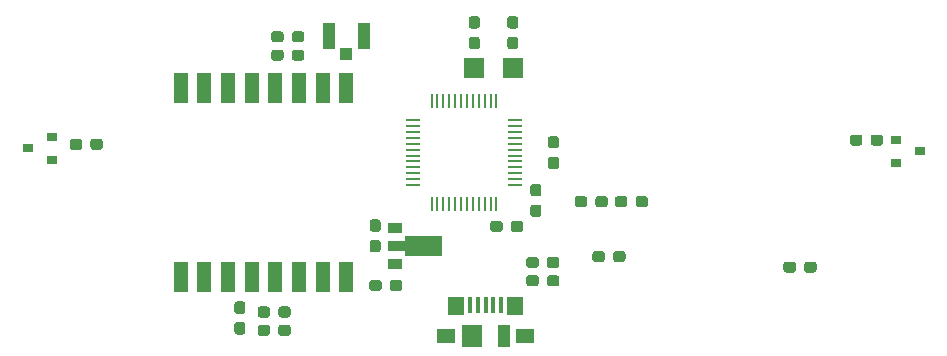
<source format=gtp>
G04 #@! TF.GenerationSoftware,KiCad,Pcbnew,5.99.0-unknown-c7daca1~86~ubuntu18.04.1*
G04 #@! TF.CreationDate,2020-03-27T13:13:07-03:00*
G04 #@! TF.ProjectId,FOD,464f442e-6b69-4636-9164-5f7063625858,rev?*
G04 #@! TF.SameCoordinates,Original*
G04 #@! TF.FileFunction,Paste,Top*
G04 #@! TF.FilePolarity,Positive*
%FSLAX46Y46*%
G04 Gerber Fmt 4.6, Leading zero omitted, Abs format (unit mm)*
G04 Created by KiCad (PCBNEW 5.99.0-unknown-c7daca1~86~ubuntu18.04.1) date 2020-03-27 13:13:07*
%MOMM*%
%LPD*%
G01*
G04 APERTURE LIST*
%ADD10R,1.750000X1.800000*%
%ADD11R,1.300000X2.500000*%
%ADD12R,1.300000X0.900000*%
%ADD13R,1.300000X0.250000*%
%ADD14R,0.250000X1.300000*%
%ADD15R,0.900000X0.800000*%
%ADD16R,1.050000X2.200000*%
%ADD17R,1.000000X1.050000*%
%ADD18R,1.000000X1.900000*%
%ADD19R,1.800000X1.900000*%
%ADD20R,1.650000X1.300000*%
%ADD21R,1.425000X1.550000*%
%ADD22R,0.450000X1.380000*%
G04 APERTURE END LIST*
G36*
G01*
X169225000Y-101937500D02*
X169225000Y-101462500D01*
G75*
G02*
X169462500Y-101225000I237500J0D01*
G01*
X170037500Y-101225000D01*
G75*
G02*
X170275000Y-101462500I0J-237500D01*
G01*
X170275000Y-101937500D01*
G75*
G02*
X170037500Y-102175000I-237500J0D01*
G01*
X169462500Y-102175000D01*
G75*
G02*
X169225000Y-101937500I0J237500D01*
G01*
G37*
G36*
G01*
X167475000Y-101937500D02*
X167475000Y-101462500D01*
G75*
G02*
X167712500Y-101225000I237500J0D01*
G01*
X168287500Y-101225000D01*
G75*
G02*
X168525000Y-101462500I0J-237500D01*
G01*
X168525000Y-101937500D01*
G75*
G02*
X168287500Y-102175000I-237500J0D01*
G01*
X167712500Y-102175000D01*
G75*
G02*
X167475000Y-101937500I0J237500D01*
G01*
G37*
D10*
X141300000Y-84800000D03*
X144550000Y-84800000D03*
D11*
X116450000Y-86500000D03*
X118450000Y-86500000D03*
X120450000Y-86500000D03*
X122450000Y-86500000D03*
X124450000Y-86500000D03*
X126450000Y-86500000D03*
X128450000Y-86500000D03*
X130450000Y-86500000D03*
X130450000Y-102500000D03*
X128450000Y-102500000D03*
X126450000Y-102500000D03*
X124450000Y-102500000D03*
X122450000Y-102500000D03*
X120450000Y-102500000D03*
X118450000Y-102500000D03*
X116450000Y-102500000D03*
G36*
X138550000Y-100766500D02*
G01*
X135425000Y-100766500D01*
X135425000Y-100350000D01*
X133950000Y-100350000D01*
X133950000Y-99450000D01*
X135425000Y-99450000D01*
X135425000Y-99033500D01*
X138550000Y-99033500D01*
X138550000Y-100766500D01*
G37*
D12*
X134600000Y-101400000D03*
X134600000Y-98400000D03*
D13*
X144775000Y-89250000D03*
X144775000Y-89750000D03*
X144775000Y-90250000D03*
X144775000Y-90750000D03*
X144775000Y-91250000D03*
X144775000Y-91750000D03*
X144775000Y-92250000D03*
X144775000Y-92750000D03*
X144775000Y-93250000D03*
X144775000Y-93750000D03*
X144775000Y-94250000D03*
X144775000Y-94750000D03*
D14*
X143175000Y-96350000D03*
X142675000Y-96350000D03*
X142175000Y-96350000D03*
X141675000Y-96350000D03*
X141175000Y-96350000D03*
X140675000Y-96350000D03*
X140175000Y-96350000D03*
X139675000Y-96350000D03*
X139175000Y-96350000D03*
X138675000Y-96350000D03*
X138175000Y-96350000D03*
X137675000Y-96350000D03*
D13*
X136075000Y-94750000D03*
X136075000Y-94250000D03*
X136075000Y-93750000D03*
X136075000Y-93250000D03*
X136075000Y-92750000D03*
X136075000Y-92250000D03*
X136075000Y-91750000D03*
X136075000Y-91250000D03*
X136075000Y-90750000D03*
X136075000Y-90250000D03*
X136075000Y-89750000D03*
X136075000Y-89250000D03*
D14*
X137675000Y-87650000D03*
X138175000Y-87650000D03*
X138675000Y-87650000D03*
X139175000Y-87650000D03*
X139675000Y-87650000D03*
X140175000Y-87650000D03*
X140675000Y-87650000D03*
X141175000Y-87650000D03*
X141675000Y-87650000D03*
X142175000Y-87650000D03*
X142675000Y-87650000D03*
X143175000Y-87650000D03*
G36*
G01*
X108800000Y-91537500D02*
X108800000Y-91062500D01*
G75*
G02*
X109037500Y-90825000I237500J0D01*
G01*
X109612500Y-90825000D01*
G75*
G02*
X109850000Y-91062500I0J-237500D01*
G01*
X109850000Y-91537500D01*
G75*
G02*
X109612500Y-91775000I-237500J0D01*
G01*
X109037500Y-91775000D01*
G75*
G02*
X108800000Y-91537500I0J237500D01*
G01*
G37*
G36*
G01*
X107050000Y-91537500D02*
X107050000Y-91062500D01*
G75*
G02*
X107287500Y-90825000I237500J0D01*
G01*
X107862500Y-90825000D01*
G75*
G02*
X108100000Y-91062500I0J-237500D01*
G01*
X108100000Y-91537500D01*
G75*
G02*
X107862500Y-91775000I-237500J0D01*
G01*
X107287500Y-91775000D01*
G75*
G02*
X107050000Y-91537500I0J237500D01*
G01*
G37*
G36*
G01*
X174150000Y-90712500D02*
X174150000Y-91187500D01*
G75*
G02*
X173912500Y-91425000I-237500J0D01*
G01*
X173337500Y-91425000D01*
G75*
G02*
X173100000Y-91187500I0J237500D01*
G01*
X173100000Y-90712500D01*
G75*
G02*
X173337500Y-90475000I237500J0D01*
G01*
X173912500Y-90475000D01*
G75*
G02*
X174150000Y-90712500I0J-237500D01*
G01*
G37*
G36*
G01*
X175900000Y-90712500D02*
X175900000Y-91187500D01*
G75*
G02*
X175662500Y-91425000I-237500J0D01*
G01*
X175087500Y-91425000D01*
G75*
G02*
X174850000Y-91187500I0J237500D01*
G01*
X174850000Y-90712500D01*
G75*
G02*
X175087500Y-90475000I237500J0D01*
G01*
X175662500Y-90475000D01*
G75*
G02*
X175900000Y-90712500I0J-237500D01*
G01*
G37*
G36*
G01*
X121687500Y-105650000D02*
X121212500Y-105650000D01*
G75*
G02*
X120975000Y-105412500I0J237500D01*
G01*
X120975000Y-104837500D01*
G75*
G02*
X121212500Y-104600000I237500J0D01*
G01*
X121687500Y-104600000D01*
G75*
G02*
X121925000Y-104837500I0J-237500D01*
G01*
X121925000Y-105412500D01*
G75*
G02*
X121687500Y-105650000I-237500J0D01*
G01*
G37*
G36*
G01*
X121687500Y-107400000D02*
X121212500Y-107400000D01*
G75*
G02*
X120975000Y-107162500I0J237500D01*
G01*
X120975000Y-106587500D01*
G75*
G02*
X121212500Y-106350000I237500J0D01*
G01*
X121687500Y-106350000D01*
G75*
G02*
X121925000Y-106587500I0J-237500D01*
G01*
X121925000Y-107162500D01*
G75*
G02*
X121687500Y-107400000I-237500J0D01*
G01*
G37*
G36*
G01*
X146262500Y-96400000D02*
X146737500Y-96400000D01*
G75*
G02*
X146975000Y-96637500I0J-237500D01*
G01*
X146975000Y-97212500D01*
G75*
G02*
X146737500Y-97450000I-237500J0D01*
G01*
X146262500Y-97450000D01*
G75*
G02*
X146025000Y-97212500I0J237500D01*
G01*
X146025000Y-96637500D01*
G75*
G02*
X146262500Y-96400000I237500J0D01*
G01*
G37*
G36*
G01*
X146262500Y-94650000D02*
X146737500Y-94650000D01*
G75*
G02*
X146975000Y-94887500I0J-237500D01*
G01*
X146975000Y-95462500D01*
G75*
G02*
X146737500Y-95700000I-237500J0D01*
G01*
X146262500Y-95700000D01*
G75*
G02*
X146025000Y-95462500I0J237500D01*
G01*
X146025000Y-94887500D01*
G75*
G02*
X146262500Y-94650000I237500J0D01*
G01*
G37*
G36*
G01*
X146750000Y-101062500D02*
X146750000Y-101537500D01*
G75*
G02*
X146512500Y-101775000I-237500J0D01*
G01*
X145937500Y-101775000D01*
G75*
G02*
X145700000Y-101537500I0J237500D01*
G01*
X145700000Y-101062500D01*
G75*
G02*
X145937500Y-100825000I237500J0D01*
G01*
X146512500Y-100825000D01*
G75*
G02*
X146750000Y-101062500I0J-237500D01*
G01*
G37*
G36*
G01*
X148500000Y-101062500D02*
X148500000Y-101537500D01*
G75*
G02*
X148262500Y-101775000I-237500J0D01*
G01*
X147687500Y-101775000D01*
G75*
G02*
X147450000Y-101537500I0J237500D01*
G01*
X147450000Y-101062500D01*
G75*
G02*
X147687500Y-100825000I237500J0D01*
G01*
X148262500Y-100825000D01*
G75*
G02*
X148500000Y-101062500I0J-237500D01*
G01*
G37*
G36*
G01*
X152350000Y-100562500D02*
X152350000Y-101037500D01*
G75*
G02*
X152112500Y-101275000I-237500J0D01*
G01*
X151537500Y-101275000D01*
G75*
G02*
X151300000Y-101037500I0J237500D01*
G01*
X151300000Y-100562500D01*
G75*
G02*
X151537500Y-100325000I237500J0D01*
G01*
X152112500Y-100325000D01*
G75*
G02*
X152350000Y-100562500I0J-237500D01*
G01*
G37*
G36*
G01*
X154100000Y-100562500D02*
X154100000Y-101037500D01*
G75*
G02*
X153862500Y-101275000I-237500J0D01*
G01*
X153287500Y-101275000D01*
G75*
G02*
X153050000Y-101037500I0J237500D01*
G01*
X153050000Y-100562500D01*
G75*
G02*
X153287500Y-100325000I237500J0D01*
G01*
X153862500Y-100325000D01*
G75*
G02*
X154100000Y-100562500I0J-237500D01*
G01*
G37*
G36*
G01*
X154950000Y-96387500D02*
X154950000Y-95912500D01*
G75*
G02*
X155187500Y-95675000I237500J0D01*
G01*
X155762500Y-95675000D01*
G75*
G02*
X156000000Y-95912500I0J-237500D01*
G01*
X156000000Y-96387500D01*
G75*
G02*
X155762500Y-96625000I-237500J0D01*
G01*
X155187500Y-96625000D01*
G75*
G02*
X154950000Y-96387500I0J237500D01*
G01*
G37*
G36*
G01*
X153200000Y-96387500D02*
X153200000Y-95912500D01*
G75*
G02*
X153437500Y-95675000I237500J0D01*
G01*
X154012500Y-95675000D01*
G75*
G02*
X154250000Y-95912500I0J-237500D01*
G01*
X154250000Y-96387500D01*
G75*
G02*
X154012500Y-96625000I-237500J0D01*
G01*
X153437500Y-96625000D01*
G75*
G02*
X153200000Y-96387500I0J237500D01*
G01*
G37*
D15*
X103500000Y-91650000D03*
X105500000Y-90700000D03*
X105500000Y-92600000D03*
X179000000Y-91900000D03*
X177000000Y-92850000D03*
X177000000Y-90950000D03*
D16*
X128975000Y-82125000D03*
D17*
X130450000Y-83650000D03*
D16*
X131925000Y-82125000D03*
D18*
X143800000Y-107550000D03*
D19*
X141100000Y-107550000D03*
D20*
X145625000Y-107550000D03*
X138875000Y-107550000D03*
D21*
X144737500Y-104975000D03*
X139762500Y-104975000D03*
D22*
X143550000Y-104890000D03*
X142900000Y-104890000D03*
X142250000Y-104890000D03*
X141600000Y-104890000D03*
X140950000Y-104890000D03*
G36*
G01*
X124700000Y-105737500D02*
X124700000Y-105262500D01*
G75*
G02*
X124937500Y-105025000I237500J0D01*
G01*
X125512500Y-105025000D01*
G75*
G02*
X125750000Y-105262500I0J-237500D01*
G01*
X125750000Y-105737500D01*
G75*
G02*
X125512500Y-105975000I-237500J0D01*
G01*
X124937500Y-105975000D01*
G75*
G02*
X124700000Y-105737500I0J237500D01*
G01*
G37*
G36*
G01*
X122950000Y-105737500D02*
X122950000Y-105262500D01*
G75*
G02*
X123187500Y-105025000I237500J0D01*
G01*
X123762500Y-105025000D01*
G75*
G02*
X124000000Y-105262500I0J-237500D01*
G01*
X124000000Y-105737500D01*
G75*
G02*
X123762500Y-105975000I-237500J0D01*
G01*
X123187500Y-105975000D01*
G75*
G02*
X122950000Y-105737500I0J237500D01*
G01*
G37*
G36*
G01*
X124700000Y-107287500D02*
X124700000Y-106812500D01*
G75*
G02*
X124937500Y-106575000I237500J0D01*
G01*
X125512500Y-106575000D01*
G75*
G02*
X125750000Y-106812500I0J-237500D01*
G01*
X125750000Y-107287500D01*
G75*
G02*
X125512500Y-107525000I-237500J0D01*
G01*
X124937500Y-107525000D01*
G75*
G02*
X124700000Y-107287500I0J237500D01*
G01*
G37*
G36*
G01*
X122950000Y-107287500D02*
X122950000Y-106812500D01*
G75*
G02*
X123187500Y-106575000I237500J0D01*
G01*
X123762500Y-106575000D01*
G75*
G02*
X124000000Y-106812500I0J-237500D01*
G01*
X124000000Y-107287500D01*
G75*
G02*
X123762500Y-107525000I-237500J0D01*
G01*
X123187500Y-107525000D01*
G75*
G02*
X122950000Y-107287500I0J237500D01*
G01*
G37*
G36*
G01*
X133450000Y-103012500D02*
X133450000Y-103487500D01*
G75*
G02*
X133212500Y-103725000I-237500J0D01*
G01*
X132637500Y-103725000D01*
G75*
G02*
X132400000Y-103487500I0J237500D01*
G01*
X132400000Y-103012500D01*
G75*
G02*
X132637500Y-102775000I237500J0D01*
G01*
X133212500Y-102775000D01*
G75*
G02*
X133450000Y-103012500I0J-237500D01*
G01*
G37*
G36*
G01*
X135200000Y-103012500D02*
X135200000Y-103487500D01*
G75*
G02*
X134962500Y-103725000I-237500J0D01*
G01*
X134387500Y-103725000D01*
G75*
G02*
X134150000Y-103487500I0J237500D01*
G01*
X134150000Y-103012500D01*
G75*
G02*
X134387500Y-102775000I237500J0D01*
G01*
X134962500Y-102775000D01*
G75*
G02*
X135200000Y-103012500I0J-237500D01*
G01*
G37*
G36*
G01*
X133137500Y-98700000D02*
X132662500Y-98700000D01*
G75*
G02*
X132425000Y-98462500I0J237500D01*
G01*
X132425000Y-97887500D01*
G75*
G02*
X132662500Y-97650000I237500J0D01*
G01*
X133137500Y-97650000D01*
G75*
G02*
X133375000Y-97887500I0J-237500D01*
G01*
X133375000Y-98462500D01*
G75*
G02*
X133137500Y-98700000I-237500J0D01*
G01*
G37*
G36*
G01*
X133137500Y-100450000D02*
X132662500Y-100450000D01*
G75*
G02*
X132425000Y-100212500I0J237500D01*
G01*
X132425000Y-99637500D01*
G75*
G02*
X132662500Y-99400000I237500J0D01*
G01*
X133137500Y-99400000D01*
G75*
G02*
X133375000Y-99637500I0J-237500D01*
G01*
X133375000Y-100212500D01*
G75*
G02*
X133137500Y-100450000I-237500J0D01*
G01*
G37*
G36*
G01*
X141537500Y-81500000D02*
X141062500Y-81500000D01*
G75*
G02*
X140825000Y-81262500I0J237500D01*
G01*
X140825000Y-80687500D01*
G75*
G02*
X141062500Y-80450000I237500J0D01*
G01*
X141537500Y-80450000D01*
G75*
G02*
X141775000Y-80687500I0J-237500D01*
G01*
X141775000Y-81262500D01*
G75*
G02*
X141537500Y-81500000I-237500J0D01*
G01*
G37*
G36*
G01*
X141537500Y-83250000D02*
X141062500Y-83250000D01*
G75*
G02*
X140825000Y-83012500I0J237500D01*
G01*
X140825000Y-82437500D01*
G75*
G02*
X141062500Y-82200000I237500J0D01*
G01*
X141537500Y-82200000D01*
G75*
G02*
X141775000Y-82437500I0J-237500D01*
G01*
X141775000Y-83012500D01*
G75*
G02*
X141537500Y-83250000I-237500J0D01*
G01*
G37*
G36*
G01*
X144787500Y-81500000D02*
X144312500Y-81500000D01*
G75*
G02*
X144075000Y-81262500I0J237500D01*
G01*
X144075000Y-80687500D01*
G75*
G02*
X144312500Y-80450000I237500J0D01*
G01*
X144787500Y-80450000D01*
G75*
G02*
X145025000Y-80687500I0J-237500D01*
G01*
X145025000Y-81262500D01*
G75*
G02*
X144787500Y-81500000I-237500J0D01*
G01*
G37*
G36*
G01*
X144787500Y-83250000D02*
X144312500Y-83250000D01*
G75*
G02*
X144075000Y-83012500I0J237500D01*
G01*
X144075000Y-82437500D01*
G75*
G02*
X144312500Y-82200000I237500J0D01*
G01*
X144787500Y-82200000D01*
G75*
G02*
X145025000Y-82437500I0J-237500D01*
G01*
X145025000Y-83012500D01*
G75*
G02*
X144787500Y-83250000I-237500J0D01*
G01*
G37*
G36*
G01*
X150850000Y-95912500D02*
X150850000Y-96387500D01*
G75*
G02*
X150612500Y-96625000I-237500J0D01*
G01*
X150037500Y-96625000D01*
G75*
G02*
X149800000Y-96387500I0J237500D01*
G01*
X149800000Y-95912500D01*
G75*
G02*
X150037500Y-95675000I237500J0D01*
G01*
X150612500Y-95675000D01*
G75*
G02*
X150850000Y-95912500I0J-237500D01*
G01*
G37*
G36*
G01*
X152600000Y-95912500D02*
X152600000Y-96387500D01*
G75*
G02*
X152362500Y-96625000I-237500J0D01*
G01*
X151787500Y-96625000D01*
G75*
G02*
X151550000Y-96387500I0J237500D01*
G01*
X151550000Y-95912500D01*
G75*
G02*
X151787500Y-95675000I237500J0D01*
G01*
X152362500Y-95675000D01*
G75*
G02*
X152600000Y-95912500I0J-237500D01*
G01*
G37*
G36*
G01*
X146750000Y-102612500D02*
X146750000Y-103087500D01*
G75*
G02*
X146512500Y-103325000I-237500J0D01*
G01*
X145937500Y-103325000D01*
G75*
G02*
X145700000Y-103087500I0J237500D01*
G01*
X145700000Y-102612500D01*
G75*
G02*
X145937500Y-102375000I237500J0D01*
G01*
X146512500Y-102375000D01*
G75*
G02*
X146750000Y-102612500I0J-237500D01*
G01*
G37*
G36*
G01*
X148500000Y-102612500D02*
X148500000Y-103087500D01*
G75*
G02*
X148262500Y-103325000I-237500J0D01*
G01*
X147687500Y-103325000D01*
G75*
G02*
X147450000Y-103087500I0J237500D01*
G01*
X147450000Y-102612500D01*
G75*
G02*
X147687500Y-102375000I237500J0D01*
G01*
X148262500Y-102375000D01*
G75*
G02*
X148500000Y-102612500I0J-237500D01*
G01*
G37*
G36*
G01*
X143700000Y-98012500D02*
X143700000Y-98487500D01*
G75*
G02*
X143462500Y-98725000I-237500J0D01*
G01*
X142887500Y-98725000D01*
G75*
G02*
X142650000Y-98487500I0J237500D01*
G01*
X142650000Y-98012500D01*
G75*
G02*
X142887500Y-97775000I237500J0D01*
G01*
X143462500Y-97775000D01*
G75*
G02*
X143700000Y-98012500I0J-237500D01*
G01*
G37*
G36*
G01*
X145450000Y-98012500D02*
X145450000Y-98487500D01*
G75*
G02*
X145212500Y-98725000I-237500J0D01*
G01*
X144637500Y-98725000D01*
G75*
G02*
X144400000Y-98487500I0J237500D01*
G01*
X144400000Y-98012500D01*
G75*
G02*
X144637500Y-97775000I237500J0D01*
G01*
X145212500Y-97775000D01*
G75*
G02*
X145450000Y-98012500I0J-237500D01*
G01*
G37*
G36*
G01*
X147762500Y-92350000D02*
X148237500Y-92350000D01*
G75*
G02*
X148475000Y-92587500I0J-237500D01*
G01*
X148475000Y-93162500D01*
G75*
G02*
X148237500Y-93400000I-237500J0D01*
G01*
X147762500Y-93400000D01*
G75*
G02*
X147525000Y-93162500I0J237500D01*
G01*
X147525000Y-92587500D01*
G75*
G02*
X147762500Y-92350000I237500J0D01*
G01*
G37*
G36*
G01*
X147762500Y-90600000D02*
X148237500Y-90600000D01*
G75*
G02*
X148475000Y-90837500I0J-237500D01*
G01*
X148475000Y-91412500D01*
G75*
G02*
X148237500Y-91650000I-237500J0D01*
G01*
X147762500Y-91650000D01*
G75*
G02*
X147525000Y-91412500I0J237500D01*
G01*
X147525000Y-90837500D01*
G75*
G02*
X147762500Y-90600000I237500J0D01*
G01*
G37*
G36*
G01*
X125850000Y-82437500D02*
X125850000Y-81962500D01*
G75*
G02*
X126087500Y-81725000I237500J0D01*
G01*
X126662500Y-81725000D01*
G75*
G02*
X126900000Y-81962500I0J-237500D01*
G01*
X126900000Y-82437500D01*
G75*
G02*
X126662500Y-82675000I-237500J0D01*
G01*
X126087500Y-82675000D01*
G75*
G02*
X125850000Y-82437500I0J237500D01*
G01*
G37*
G36*
G01*
X124100000Y-82437500D02*
X124100000Y-81962500D01*
G75*
G02*
X124337500Y-81725000I237500J0D01*
G01*
X124912500Y-81725000D01*
G75*
G02*
X125150000Y-81962500I0J-237500D01*
G01*
X125150000Y-82437500D01*
G75*
G02*
X124912500Y-82675000I-237500J0D01*
G01*
X124337500Y-82675000D01*
G75*
G02*
X124100000Y-82437500I0J237500D01*
G01*
G37*
G36*
G01*
X125850000Y-83987500D02*
X125850000Y-83512500D01*
G75*
G02*
X126087500Y-83275000I237500J0D01*
G01*
X126662500Y-83275000D01*
G75*
G02*
X126900000Y-83512500I0J-237500D01*
G01*
X126900000Y-83987500D01*
G75*
G02*
X126662500Y-84225000I-237500J0D01*
G01*
X126087500Y-84225000D01*
G75*
G02*
X125850000Y-83987500I0J237500D01*
G01*
G37*
G36*
G01*
X124100000Y-83987500D02*
X124100000Y-83512500D01*
G75*
G02*
X124337500Y-83275000I237500J0D01*
G01*
X124912500Y-83275000D01*
G75*
G02*
X125150000Y-83512500I0J-237500D01*
G01*
X125150000Y-83987500D01*
G75*
G02*
X124912500Y-84225000I-237500J0D01*
G01*
X124337500Y-84225000D01*
G75*
G02*
X124100000Y-83987500I0J237500D01*
G01*
G37*
M02*

</source>
